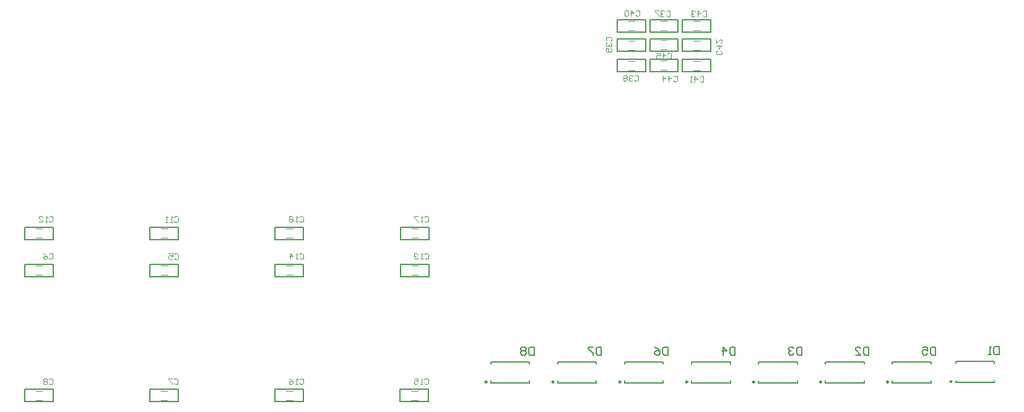
<source format=gbo>
G04 Layer_Color=32896*
%FSTAX24Y24*%
%MOIN*%
G70*
G01*
G75*
%ADD39C,0.0098*%
%ADD44C,0.0079*%
%ADD46C,0.0050*%
%ADD47C,0.0040*%
%ADD48C,0.0059*%
%ADD50C,0.0049*%
D39*
X053907Y006358D02*
G03*
X053907Y006358I-000049J0D01*
G01*
X050492Y006329D02*
G03*
X050492Y006329I-000049J0D01*
G01*
X04689D02*
G03*
X04689Y006329I-000049J0D01*
G01*
X043287D02*
G03*
X043287Y006329I-000049J0D01*
G01*
X039685D02*
G03*
X039685Y006329I-000049J0D01*
G01*
X036083D02*
G03*
X036083Y006329I-000049J0D01*
G01*
X03248D02*
G03*
X03248Y006329I-000049J0D01*
G01*
X028878D02*
G03*
X028878Y006329I-000049J0D01*
G01*
D44*
X054114Y006299D02*
X056201D01*
X054114Y007441D02*
X056201D01*
X054114Y006299D02*
Y006417D01*
X056201Y006299D02*
Y006417D01*
X054114Y007323D02*
Y007441D01*
X056201Y007323D02*
Y007441D01*
X050699Y00627D02*
X052785D01*
X050699Y007411D02*
X052785D01*
X050699Y00627D02*
Y006388D01*
X052785Y00627D02*
Y006388D01*
X050699Y007293D02*
Y007411D01*
X052785Y007293D02*
Y007411D01*
X047096Y00627D02*
X049183D01*
X047096Y007411D02*
X049183D01*
X047096Y00627D02*
Y006388D01*
X049183Y00627D02*
Y006388D01*
X047096Y007293D02*
Y007411D01*
X049183Y007293D02*
Y007411D01*
X043494Y00627D02*
X045581D01*
X043494Y007411D02*
X045581D01*
X043494Y00627D02*
Y006388D01*
X045581Y00627D02*
Y006388D01*
X043494Y007293D02*
Y007411D01*
X045581Y007293D02*
Y007411D01*
X039892Y00627D02*
X041978D01*
X039892Y007411D02*
X041978D01*
X039892Y00627D02*
Y006388D01*
X041978Y00627D02*
Y006388D01*
X039892Y007293D02*
Y007411D01*
X041978Y007293D02*
Y007411D01*
X036289Y00627D02*
X038376D01*
X036289Y007411D02*
X038376D01*
X036289Y00627D02*
Y006388D01*
X038376Y00627D02*
Y006388D01*
X036289Y007293D02*
Y007411D01*
X038376Y007293D02*
Y007411D01*
X032687Y00627D02*
X034774D01*
X032687Y007411D02*
X034774D01*
X032687Y00627D02*
Y006388D01*
X034774Y00627D02*
Y006388D01*
X032687Y007293D02*
Y007411D01*
X034774Y007293D02*
Y007411D01*
X029085Y00627D02*
X031171D01*
X029085Y007411D02*
X031171D01*
X029085Y00627D02*
Y006388D01*
X031171Y00627D02*
Y006388D01*
X029085Y007293D02*
Y007411D01*
X031171Y007293D02*
Y007411D01*
D46*
X010738Y014679D02*
X012268D01*
Y014009D02*
Y014679D01*
X010738Y014009D02*
X012268D01*
X010738D02*
Y014679D01*
Y012679D02*
X012268D01*
Y012009D02*
Y012679D01*
X010738Y012009D02*
X012268D01*
X010738D02*
Y012679D01*
X003999D02*
X005529D01*
Y012009D02*
Y012679D01*
X003999Y012009D02*
X005529D01*
X003999D02*
Y012679D01*
X010728Y005939D02*
X012258D01*
Y005269D02*
Y005939D01*
X010728Y005269D02*
X012258D01*
X010728D02*
Y005939D01*
X003999Y005929D02*
X005529D01*
Y005259D02*
Y005929D01*
X003999Y005259D02*
X005529D01*
X003999D02*
Y005929D01*
Y014679D02*
X005529D01*
Y014009D02*
Y014679D01*
X003999Y014009D02*
X005529D01*
X003999D02*
Y014679D01*
X024215Y012679D02*
X025745D01*
Y012009D02*
Y012679D01*
X024215Y012009D02*
X025745D01*
X024215D02*
Y012679D01*
X017476D02*
X019006D01*
Y012009D02*
Y012679D01*
X017476Y012009D02*
X019006D01*
X017476D02*
Y012679D01*
X024205Y005939D02*
X025735D01*
Y005269D02*
Y005939D01*
X024205Y005269D02*
X025735D01*
X024205D02*
Y005939D01*
X017476Y005929D02*
X019006D01*
Y005259D02*
Y005929D01*
X017476Y005259D02*
X019006D01*
X017476D02*
Y005929D01*
X024215Y014679D02*
X025745D01*
Y014009D02*
Y014679D01*
X024215Y014009D02*
X025745D01*
X024215D02*
Y014679D01*
X017476D02*
X019006D01*
Y014009D02*
Y014679D01*
X017476Y014009D02*
X019006D01*
X017476D02*
Y014679D01*
X037645Y025211D02*
X039175D01*
X037645D02*
Y025881D01*
X039175D01*
Y025211D02*
Y025881D01*
X035884Y023736D02*
X037414D01*
Y023066D02*
Y023736D01*
X035884Y023066D02*
X037414D01*
X035884D02*
Y023736D01*
Y024838D02*
X037414D01*
Y024168D02*
Y024838D01*
X035884Y024168D02*
X037414D01*
X035884D02*
Y024838D01*
Y025881D02*
X037414D01*
Y025211D02*
Y025881D01*
X035884Y025211D02*
X037414D01*
X035884D02*
Y025881D01*
X039407Y023736D02*
X040937D01*
Y023066D02*
Y023736D01*
X039407Y023066D02*
X040937D01*
X039407D02*
Y023736D01*
Y024838D02*
X040937D01*
Y024168D02*
Y024838D01*
X039407Y024168D02*
X040937D01*
X039407D02*
Y024838D01*
Y025881D02*
X040937D01*
Y025211D02*
Y025881D01*
X039407Y025211D02*
X040937D01*
X039407D02*
Y025881D01*
X037645Y023066D02*
X039175D01*
X037645D02*
Y023736D01*
X039175D01*
Y023066D02*
Y023736D01*
X037645Y024168D02*
X039175D01*
X037645D02*
Y024838D01*
X039175D01*
Y024168D02*
Y024838D01*
D47*
X011338Y014089D02*
X011678D01*
X011338Y014589D02*
X011678D01*
X011338Y012089D02*
X011678D01*
X011338Y012589D02*
X011678D01*
X004599Y012089D02*
X004939D01*
X004599Y012589D02*
X004939D01*
X011328Y005349D02*
X011668D01*
X011328Y005849D02*
X011668D01*
X004599Y005339D02*
X004939D01*
X004599Y005839D02*
X004939D01*
X004599Y014089D02*
X004939D01*
X004599Y014589D02*
X004939D01*
X024815Y012089D02*
X025155D01*
X024815Y012589D02*
X025155D01*
X018076Y012089D02*
X018416D01*
X018076Y012589D02*
X018416D01*
X024805Y005349D02*
X025145D01*
X024805Y005849D02*
X025145D01*
X018076Y005339D02*
X018416D01*
X018076Y005839D02*
X018416D01*
X024815Y014089D02*
X025155D01*
X024815Y014589D02*
X025155D01*
X018076Y014089D02*
X018416D01*
X018076Y014589D02*
X018416D01*
X038235Y025801D02*
X038575D01*
X038235Y025301D02*
X038575D01*
X036484Y023146D02*
X036824D01*
X036484Y023646D02*
X036824D01*
X036484Y024248D02*
X036824D01*
X036484Y024748D02*
X036824D01*
X036484Y025291D02*
X036824D01*
X036484Y025791D02*
X036824D01*
X040007Y023146D02*
X040347D01*
X040007Y023646D02*
X040347D01*
X040007Y024248D02*
X040347D01*
X040007Y024748D02*
X040347D01*
X040007Y025291D02*
X040347D01*
X040007Y025791D02*
X040347D01*
X038235Y023656D02*
X038575D01*
X038235Y023156D02*
X038575D01*
X038235Y024758D02*
X038575D01*
X038235Y024258D02*
X038575D01*
D48*
X031423Y008219D02*
Y007786D01*
X031207D01*
X031135Y007858D01*
Y008146D01*
X031207Y008219D01*
X031423D01*
X03099Y008146D02*
X030918Y008219D01*
X030774D01*
X030702Y008146D01*
Y008074D01*
X030774Y008002D01*
X030702Y00793D01*
Y007858D01*
X030774Y007786D01*
X030918D01*
X03099Y007858D01*
Y00793D01*
X030918Y008002D01*
X03099Y008074D01*
Y008146D01*
X030918Y008002D02*
X030774D01*
X035033Y008219D02*
Y007786D01*
X034817D01*
X034745Y007858D01*
Y008146D01*
X034817Y008219D01*
X035033D01*
X0346D02*
X034312D01*
Y008146D01*
X0346Y007858D01*
Y007786D01*
X038633Y008219D02*
Y007786D01*
X038416D01*
X038344Y007858D01*
Y008146D01*
X038416Y008219D01*
X038633D01*
X037911D02*
X038056Y008146D01*
X0382Y008002D01*
Y007858D01*
X038128Y007786D01*
X037983D01*
X037911Y007858D01*
Y00793D01*
X037983Y008002D01*
X0382D01*
X042233Y008219D02*
Y007786D01*
X042017D01*
X041945Y007858D01*
Y008146D01*
X042017Y008219D01*
X042233D01*
X041584Y007786D02*
Y008219D01*
X0418Y008002D01*
X041512D01*
X045833Y008219D02*
Y007786D01*
X045617D01*
X045545Y007858D01*
Y008146D01*
X045617Y008219D01*
X045833D01*
X0454Y008146D02*
X045328Y008219D01*
X045184D01*
X045112Y008146D01*
Y008074D01*
X045184Y008002D01*
X045256D01*
X045184D01*
X045112Y00793D01*
Y007858D01*
X045184Y007786D01*
X045328D01*
X0454Y007858D01*
X053043Y008219D02*
Y007786D01*
X052827D01*
X052755Y007858D01*
Y008146D01*
X052827Y008219D01*
X053043D01*
X052322D02*
X05261D01*
Y008002D01*
X052466Y008074D01*
X052394D01*
X052322Y008002D01*
Y007858D01*
X052394Y007786D01*
X052538D01*
X05261Y007858D01*
X056453Y008249D02*
Y007816D01*
X056237D01*
X056165Y007888D01*
Y008176D01*
X056237Y008249D01*
X056453D01*
X05602Y007816D02*
X055876D01*
X055948D01*
Y008249D01*
X05602Y008176D01*
X049443Y008219D02*
Y007786D01*
X049227D01*
X049155Y007858D01*
Y008146D01*
X049227Y008219D01*
X049443D01*
X048722Y007786D02*
X04901D01*
X048722Y008074D01*
Y008146D01*
X048794Y008219D01*
X048938D01*
X04901Y008146D01*
D50*
X038597Y024032D02*
X038648Y024083D01*
X038749D01*
X038799Y024032D01*
Y02383D01*
X038749Y02378D01*
X038648D01*
X038597Y02383D01*
X038345Y02378D02*
Y024083D01*
X038496Y023931D01*
X038294D01*
X037991Y024083D02*
X038193D01*
Y023931D01*
X038092Y023982D01*
X038042D01*
X037991Y023931D01*
Y02383D01*
X038042Y02378D01*
X038143D01*
X038193Y02383D01*
X038912Y022802D02*
X038963Y022852D01*
X039064D01*
X039114Y022802D01*
Y0226D01*
X039064Y022549D01*
X038963D01*
X038912Y0226D01*
X03866Y022549D02*
Y022852D01*
X038811Y022701D01*
X038609D01*
X038357Y022549D02*
Y022852D01*
X038508Y022701D01*
X038306D01*
X040497Y026306D02*
X040547Y026356D01*
X040648D01*
X040699Y026306D01*
Y026104D01*
X040648Y026053D01*
X040547D01*
X040497Y026104D01*
X040244Y026053D02*
Y026356D01*
X040396Y026205D01*
X040194D01*
X040093Y026306D02*
X040042Y026356D01*
X039941D01*
X039891Y026306D01*
Y026255D01*
X039941Y026205D01*
X039992D01*
X039941D01*
X039891Y026154D01*
Y026104D01*
X039941Y026053D01*
X040042D01*
X040093Y026104D01*
X041471Y024203D02*
X041521Y024152D01*
Y024051D01*
X041471Y024001D01*
X041269D01*
X041218Y024051D01*
Y024152D01*
X041269Y024203D01*
X041218Y024455D02*
X041521D01*
X04137Y024304D01*
Y024506D01*
X041218Y024809D02*
Y024607D01*
X04142Y024809D01*
X041471D01*
X041521Y024758D01*
Y024657D01*
X041471Y024607D01*
X04033Y022772D02*
X04038Y022823D01*
X040481D01*
X040531Y022772D01*
Y02257D01*
X040481Y02252D01*
X04038D01*
X04033Y02257D01*
X040077Y02252D02*
Y022823D01*
X040229Y022671D01*
X040027D01*
X039926Y02252D02*
X039825D01*
X039875D01*
Y022823D01*
X039926Y022772D01*
X036885Y026335D02*
X036935Y026386D01*
X037036D01*
X037087Y026335D01*
Y026133D01*
X037036Y026083D01*
X036935D01*
X036885Y026133D01*
X036632Y026083D02*
Y026386D01*
X036784Y026234D01*
X036582D01*
X036481Y026335D02*
X03643Y026386D01*
X036329D01*
X036279Y026335D01*
Y026133D01*
X036329Y026083D01*
X03643D01*
X036481Y026133D01*
Y026335D01*
X035328Y024734D02*
X035278Y024785D01*
Y024886D01*
X035328Y024936D01*
X03553D01*
X035581Y024886D01*
Y024785D01*
X03553Y024734D01*
X035328Y024633D02*
X035278Y024583D01*
Y024482D01*
X035328Y024431D01*
X035379D01*
X035429Y024482D01*
Y024532D01*
Y024482D01*
X03548Y024431D01*
X03553D01*
X035581Y024482D01*
Y024583D01*
X03553Y024633D01*
Y02433D02*
X035581Y02428D01*
Y024179D01*
X03553Y024128D01*
X035328D01*
X035278Y024179D01*
Y02428D01*
X035328Y02433D01*
X035379D01*
X035429Y02428D01*
Y024128D01*
X036826Y022831D02*
X036876Y022882D01*
X036977D01*
X037028Y022831D01*
Y022629D01*
X036977Y022579D01*
X036876D01*
X036826Y022629D01*
X036725Y022831D02*
X036674Y022882D01*
X036573D01*
X036523Y022831D01*
Y022781D01*
X036573Y02273D01*
X036624D01*
X036573D01*
X036523Y02268D01*
Y022629D01*
X036573Y022579D01*
X036674D01*
X036725Y022629D01*
X036422Y022831D02*
X036371Y022882D01*
X03627D01*
X03622Y022831D01*
Y022781D01*
X03627Y02273D01*
X03622Y02268D01*
Y022629D01*
X03627Y022579D01*
X036371D01*
X036422Y022629D01*
Y02268D01*
X036371Y02273D01*
X036422Y022781D01*
Y022831D01*
X036371Y02273D02*
X03627D01*
X038528Y026306D02*
X038579Y026356D01*
X03868D01*
X03873Y026306D01*
Y026104D01*
X03868Y026053D01*
X038579D01*
X038528Y026104D01*
X038427Y026306D02*
X038377Y026356D01*
X038276D01*
X038225Y026306D01*
Y026255D01*
X038276Y026205D01*
X038326D01*
X038276D01*
X038225Y026154D01*
Y026104D01*
X038276Y026053D01*
X038377D01*
X038427Y026104D01*
X038124Y026356D02*
X037922D01*
Y026306D01*
X038124Y026104D01*
Y026053D01*
X018776Y015208D02*
X018826Y015259D01*
X018927D01*
X018978Y015208D01*
Y015006D01*
X018927Y014956D01*
X018826D01*
X018776Y015006D01*
X018675Y014956D02*
X018574D01*
X018624D01*
Y015259D01*
X018675Y015208D01*
X018422D02*
X018372Y015259D01*
X018271D01*
X01822Y015208D01*
Y015158D01*
X018271Y015107D01*
X01822Y015057D01*
Y015006D01*
X018271Y014956D01*
X018372D01*
X018422Y015006D01*
Y015057D01*
X018372Y015107D01*
X018422Y015158D01*
Y015208D01*
X018372Y015107D02*
X018271D01*
X025517Y015208D02*
X025567Y015259D01*
X025668D01*
X025719Y015208D01*
Y015006D01*
X025668Y014956D01*
X025567D01*
X025517Y015006D01*
X025416Y014956D02*
X025315D01*
X025365D01*
Y015259D01*
X025416Y015208D01*
X025163Y015259D02*
X024961D01*
Y015208D01*
X025163Y015006D01*
Y014956D01*
X018779Y006459D02*
X018829Y00651D01*
X01893D01*
X018981Y006459D01*
Y006257D01*
X01893Y006207D01*
X018829D01*
X018779Y006257D01*
X018678Y006207D02*
X018577D01*
X018627D01*
Y00651D01*
X018678Y006459D01*
X018223Y00651D02*
X018324Y006459D01*
X018425Y006358D01*
Y006257D01*
X018375Y006207D01*
X018274D01*
X018223Y006257D01*
Y006308D01*
X018274Y006358D01*
X018425D01*
X025511Y006468D02*
X025562Y006519D01*
X025663D01*
X025713Y006468D01*
Y006266D01*
X025663Y006216D01*
X025562D01*
X025511Y006266D01*
X02541Y006216D02*
X025309D01*
X02536D01*
Y006519D01*
X02541Y006468D01*
X024956Y006519D02*
X025158D01*
Y006367D01*
X025057Y006418D01*
X025006D01*
X024956Y006367D01*
Y006266D01*
X025006Y006216D01*
X025107D01*
X025158Y006266D01*
X018785Y013207D02*
X018836Y013258D01*
X018937D01*
X018987Y013207D01*
Y013005D01*
X018937Y012955D01*
X018836D01*
X018785Y013005D01*
X018684Y012955D02*
X018583D01*
X018634D01*
Y013258D01*
X018684Y013207D01*
X01828Y012955D02*
Y013258D01*
X018432Y013106D01*
X01823D01*
X025515Y013207D02*
X025566Y013258D01*
X025667D01*
X025717Y013207D01*
Y013005D01*
X025667Y012955D01*
X025566D01*
X025515Y013005D01*
X025414Y012955D02*
X025313D01*
X025364D01*
Y013258D01*
X025414Y013207D01*
X025162D02*
X025111Y013258D01*
X025011D01*
X02496Y013207D01*
Y013157D01*
X025011Y013106D01*
X025061D01*
X025011D01*
X02496Y013056D01*
Y013005D01*
X025011Y012955D01*
X025111D01*
X025162Y013005D01*
X005307Y01521D02*
X005357Y01526D01*
X005458D01*
X005509Y01521D01*
Y015008D01*
X005458Y014957D01*
X005357D01*
X005307Y015008D01*
X005206Y014957D02*
X005105D01*
X005155D01*
Y01526D01*
X005206Y01521D01*
X004751Y014957D02*
X004953D01*
X004751Y015159D01*
Y01521D01*
X004802Y01526D01*
X004903D01*
X004953Y01521D01*
X012046Y015207D02*
X012097Y015257D01*
X012198D01*
X012248Y015207D01*
Y015005D01*
X012198Y014954D01*
X012097D01*
X012046Y015005D01*
X011945Y014954D02*
X011844D01*
X011895D01*
Y015257D01*
X011945Y015207D01*
X011693Y014954D02*
X011592D01*
X011642D01*
Y015257D01*
X011693Y015207D01*
X005302Y006456D02*
X005353Y006507D01*
X005454D01*
X005504Y006456D01*
Y006254D01*
X005454Y006204D01*
X005353D01*
X005302Y006254D01*
X005201Y006456D02*
X005151Y006507D01*
X00505D01*
X004999Y006456D01*
Y006406D01*
X00505Y006355D01*
X004999Y006305D01*
Y006254D01*
X00505Y006204D01*
X005151D01*
X005201Y006254D01*
Y006305D01*
X005151Y006355D01*
X005201Y006406D01*
Y006456D01*
X005151Y006355D02*
X00505D01*
X012031Y006468D02*
X012082Y006519D01*
X012183D01*
X012233Y006468D01*
Y006266D01*
X012183Y006216D01*
X012082D01*
X012031Y006266D01*
X01193Y006519D02*
X011728D01*
Y006468D01*
X01193Y006266D01*
Y006216D01*
X005307Y01321D02*
X005357Y01326D01*
X005458D01*
X005509Y01321D01*
Y013008D01*
X005458Y012957D01*
X005357D01*
X005307Y013008D01*
X005004Y01326D02*
X005105Y01321D01*
X005206Y013109D01*
Y013008D01*
X005155Y012957D01*
X005054D01*
X005004Y013008D01*
Y013058D01*
X005054Y013109D01*
X005206D01*
X012046Y013206D02*
X012096Y013257D01*
X012197D01*
X012248Y013206D01*
Y013004D01*
X012197Y012954D01*
X012096D01*
X012046Y013004D01*
X011743Y013257D02*
X011945D01*
Y013105D01*
X011844Y013156D01*
X011793D01*
X011743Y013105D01*
Y013004D01*
X011793Y012954D01*
X011894D01*
X011945Y013004D01*
M02*

</source>
